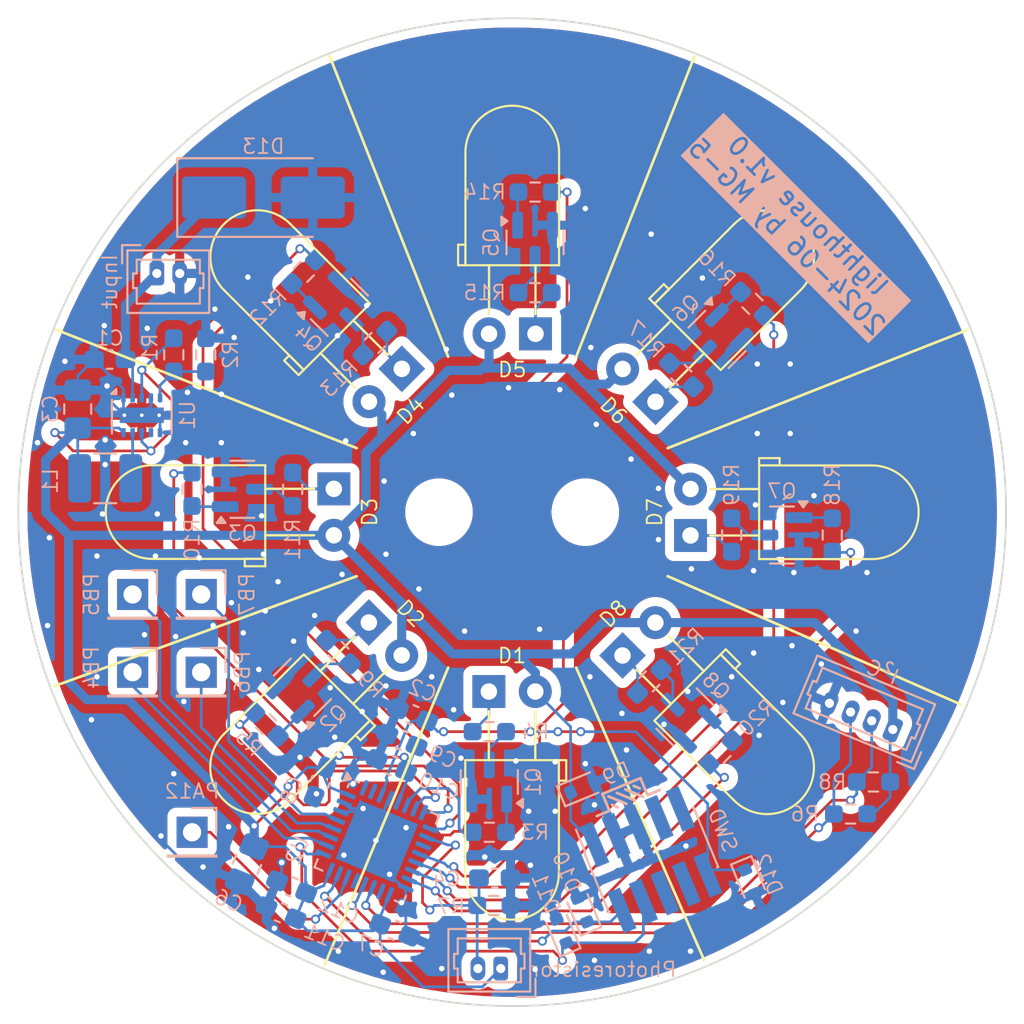
<source format=kicad_pcb>
(kicad_pcb (version 20240108) (generator "pcbnew") (generator_version "8.0")
  (layers (0 "F.Cu" signal) (31 "B.Cu" signal) (34 "B.Paste" user) (35 "F.Paste" user) (36 "B.SilkS" user "B.Silkscreen") (37 "F.SilkS" user "F.Silkscreen") (38 "B.Mask" user) (39 "F.Mask" user) (44 "Edge.Cuts" user))
  (net 0 "")
  (net 1 "+BATT")
  (net 2 "GND")
  (net 3 "/~{RST}")
  (net 4 "+3V3")
  (net 5 "/LDR_ADC")
  (net 6 "Net-(D1-K)")
  (net 7 "Net-(D2-K)")
  (net 8 "Net-(D3-K)")
  (net 9 "Net-(D4-K)")
  (net 10 "Net-(D5-K)")
  (net 11 "Net-(D6-K)")
  (net 12 "Net-(D7-K)")
  (net 13 "Net-(D8-K)")
  (net 14 "/SWDIO")
  (net 15 "/SWCLK")
  (net 16 "Net-(J1-Pin_1)")
  (net 17 "Net-(J2-Pin_1)")
  (net 18 "Net-(J3-Pin_1)")
  (net 19 "Net-(J4-Pin_1)")
  (net 24 "Net-(J8-Pin_1)")
  (net 25 "/I²C1_SCL")
  (net 26 "/I²C1_SDA")
  (net 27 "Net-(U1-SW)")
  (net 28 "Net-(Q1-B)")
  (net 29 "Net-(Q1-C)")
  (net 30 "Net-(Q2-B)")
  (net 31 "Net-(Q2-C)")
  (net 32 "Net-(Q3-C)")
  (net 33 "Net-(Q3-B)")
  (net 34 "Net-(Q4-B)")
  (net 35 "Net-(Q4-C)")
  (net 36 "Net-(Q5-C)")
  (net 37 "Net-(Q5-B)")
  (net 38 "Net-(Q6-C)")
  (net 39 "Net-(Q6-B)")
  (net 40 "Net-(Q7-C)")
  (net 41 "Net-(Q7-B)")
  (net 42 "Net-(Q8-B)")
  (net 43 "Net-(Q8-C)")
  (net 44 "Net-(U1-FB)")
  (net 45 "/LED0")
  (net 46 "/LED1")
  (net 47 "/LED2")
  (net 48 "/LED3")
  (net 49 "/LED4")
  (net 50 "/LED5")
  (net 51 "/LED6")
  (net 52 "/LED7")
  (footprint "LED_THT:LED_D5.0mm_Horizontal_O3.81mm_Z3.0mm" (layer "F.Cu") (at 166.032575 107.835697 45)
    (property "Reference" "D8")
    (property "Value" "LED")
  )
  (footprint "MountingHole:MountingHole_3.2mm_M3_ISO14580" (layer "F.Cu") (at 156 100)
    (property "Reference" "H1" (hide yes))
    (property "Value" "MountingHole")
  )
  (footprint "LED_THT:LED_D5.0mm_Horizontal_O3.81mm_Z3.0mm" (layer "F.Cu") (at 150.25 98.725 -90)
    (property "Reference" "D3")
    (property "Value" "LED")
  )
  (footprint "LED_THT:LED_D5.0mm_Horizontal_O3.81mm_Z3.0mm" (layer "F.Cu") (at 167.835697 93.967425 135)
    (property "Reference" "D6")
    (property "Value" "LED")
  )
  (footprint "LED_THT:LED_D5.0mm_Horizontal_O3.81mm_Z3.0mm" (layer "F.Cu") (at 161.275 90.25 180)
    (property "Reference" "D5")
    (property "Value" "LED")
  )
  (footprint "LED_THT:LED_D5.0mm_Horizontal_O3.81mm_Z3.0mm" (layer "F.Cu") (at 169.75 101.275 90)
    (property "Reference" "D7")
    (property "Value" "LED")
  )
  (footprint "LED_THT:LED_D5.0mm_Horizontal_O3.81mm_Z3.0mm" (layer "F.Cu") (at 153.967425 92.164303 -135)
    (property "Reference" "D4")
    (property "Value" "LED")
  )
  (footprint "LED_THT:LED_D5.0mm_Horizontal_O3.81mm_Z3.0mm" (layer "F.Cu") (at 158.725 109.806349)
    (property "Reference" "D1")
    (property "Value" "LED")
  )
  (footprint "LED_THT:LED_D5.0mm_Horizontal_O3.81mm_Z3.0mm" (layer "F.Cu") (at 152.164303 106.032575 -45)
    (property "Reference" "D2")
    (property "Value" "LED")
  )
  (footprint "MountingHole:MountingHole_3.2mm_M3_ISO14580" (layer "F.Cu") (at 164 100)
    (property "Reference" "H2" (hide yes))
    (property "Value" "MountingHole")
  )
  (footprint "Connector_PinHeader_2.54mm:PinHeader_1x01_P2.54mm_Vertical" (layer "B.Cu") (at 142.5 117.5 180)
    (property "Reference" "J8" (hide yes))
    (property "Value" "PA12")
  )
  (footprint "Inductor_SMD:L_1210_3225Metric" (layer "B.Cu") (at 137.75 98.15 180)
    (property "Reference" "L1")
    (property "Value" "10u")
  )
  (footprint "Connector_PinHeader_2.54mm:PinHeader_1x01_P2.54mm_Vertical" (layer "B.Cu") (at 139.25 104.5 180)
    (property "Reference" "J2" (hide yes))
    (property "Value" "PB5")
  )
  (footprint "Capacitor_SMD:C_0603_1608Metric_Pad1.08x0.95mm_HandSolder" (layer "B.Cu") (at 147.945568 120.48282 157.5)
    (property "Reference" "C12")
    (property "Value" "100n")
  )
  (footprint "Package_DFN_QFN:QFN-32-1EP_5x5mm_P0.5mm_EP3.45x3.45mm" (layer "B.Cu") (at 152.6 118 -112.5)
    (property "Reference" "U2")
    (property "Value" "STM32L072KBUx")
  )
  (footprint "Connector_PinHeader_1.27mm:PinHeader_2x05_P1.27mm_Vertical_SMD" (layer "B.Cu") (at 167.6 119 -67.5)
    (property "Reference" "J5" (hide yes))
    (property "Value" "SWD")
  )
  (footprint "Package_TO_SOT_SMD:SOT-23" (layer "B.Cu") (at 174.75 101.25 180)
    (property "Reference" "Q7")
    (property "Value" "BC846")
  )
  (footprint "Resistor_SMD:R_0603_1608Metric_Pad0.98x0.95mm_HandSolder" (layer "B.Cu") (at 173.139088 88.610912 -45)
    (property "Reference" "R16")
    (property "Value" "R")
  )
  (footprint "Resistor_SMD:R_0603_1608Metric_Pad0.98x0.95mm_HandSolder" (layer "B.Cu") (at 148 98.75 -90)
    (property "Reference" "R11")
    (property "Value" "R")
  )
  (footprint "Capacitor_SMD:C_0805_2012Metric_Pad1.18x1.45mm_HandSolder" (layer "B.Cu") (at 136.25 94.3625 90)
    (property "Reference" "C3")
    (property "Value" "22u")
  )
  (footprint "Connector_Molex:Molex_PicoBlade_53047-0210_1x02_P1.25mm_Vertical" (layer "B.Cu") (at 140.575 86.95)
    (property "Reference" "J10" (hide yes))
    (property "Value" "Input")
  )
  (footprint "Capacitor_SMD:C_0603_1608Metric_Pad1.08x0.95mm_HandSolder" (layer "B.Cu") (at 154.547973 111.076021 157.5)
    (property "Reference" "C2")
    (property "Value" "100n")
  )
  (footprint "Connector_PinHeader_2.54mm:PinHeader_1x01_P2.54mm_Vertical" (layer "B.Cu") (at 143 104.5 180)
    (property "Reference" "J4" (hide yes))
    (property "Value" "PB7")
  )
  (footprint "Package_SON:WSON-10-1EP_2x3mm_P0.5mm_EP0.84x2.4mm_ThermalVias" (layer "B.Cu") (at 139.75 94.7 -90)
    (property "Reference" "U1")
    (property "Value" "TPS62175DQC")
  )
  (footprint "Resistor_SMD:R_0603_1608Metric_Pad0.98x0.95mm_HandSolder" (layer "B.Cu") (at 177.5 101.25 -90)
    (property "Reference" "R18")
    (property "Value" "R")
  )
  (footprint "Resistor_SMD:R_0603_1608Metric_Pad0.98x0.95mm_HandSolder" (layer "B.Cu") (at 146.556112 111.589123 135)
    (property "Reference" "R5")
    (property "Value" "R")
  )
  (footprint "Capacitor_SMD:C_0603_1608Metric_Pad1.08x0.95mm_HandSolder" (layer "B.Cu") (at 138 91.65 180)
    (property "Reference" "C1")
    (property "Value" "2u2 35V")
  )
  (footprint "Resistor_SMD:R_0603_1608Metric_Pad0.98x0.95mm_HandSolder" (layer "B.Cu") (at 142.5 98.75 90)
    (property "Reference" "R10")
    (property "Value" "R")
  )
  (footprint "Resistor_SMD:R_0603_1608Metric_Pad0.98x0.95mm_HandSolder" (layer "B.Cu") (at 171.389088 113.139088 -135)
    (property "Reference" "R20")
    (property "Value" "R")
  )
  (footprint "Resistor_SMD:R_0603_1608Metric_Pad0.98x0.95mm_HandSolder" (layer "B.Cu") (at 172 101.25 90)
    (property "Reference" "R19")
    (property "Value" "R")
  )
  (footprint "Resistor_SMD:R_0603_1608Metric_Pad0.98x0.95mm_HandSolder" (layer "B.Cu") (at 169.25 92.5 135)
    (property "Reference" "R17")
    (property "Value" "R")
  )
  (footprint "Capacitor_SMD:C_0603_1608Metric_Pad1.08x0.95mm_HandSolder" (layer "B.Cu") (at 159.05 120)
    (property "Reference" "C4")
    (property "Value" "100n")
  )
  (footprint "Resistor_SMD:R_0603_1608Metric_Pad0.98x0.95mm_HandSolder" (layer "B.Cu") (at 178.5 116.5 180)
    (property "Reference" "R6")
    (property "Value" "2k2")
  )
  (footprint "Resistor_SMD:R_0603_1608Metric_Pad0.98x0.95mm_HandSolder" (layer "B.Cu") (at 152.5 90.75 -135)
    (property "Reference" "R13")
    (property "Value" "R")
  )
  (footprint "Resistor_SMD:R_0603_1608Metric_Pad0.98x0.95mm_HandSolder" (layer "B.Cu") (at 161.25 88 180)
    (property "Reference" "R15")
    (property "Value" "R")
  )
  (footprint "Package_TO_SOT_SMD:SOT-23" (layer "B.Cu") (at 171.194544 90.555456 -135)
    (property "Reference" "Q6")
    (property "Value" "BC846")
  )
  (footprint "Resistor_SMD:R_0603_1608Metric_Pad0.98x0.95mm_HandSolder" (layer "B.Cu") (at 158.75 117.5 180)
    (property "Reference" "R3")
    (property "Value" "R")
  )
  (footprint "Package_TO_SOT_SMD:SOT-23" (layer "B.Cu") (at 145.25 98.75)
    (property "Reference" "Q3")
    (property "Value" "BC846")
  )
  (footprint "Capacitor_SMD:C_0603_1608Metric_Pad1.08x0.95mm_HandSolder" (layer "B.Cu") (at 153.399922 113.847659 157.5)
    (property "Reference" "C10")
    (property "Value" "10n")
  )
  (footprint "Resistor_SMD:R_0603_1608Metric_Pad0.98x0.95mm_HandSolder" (layer "B.Cu") (at 148.610912 86.860912 45)
    (property "Reference" "R12")
    (property "Value" "R")
  )
  (footprint "Diode_SMD:D_SOD-523" (layer "B.Cu") (at 163.832122 121.753284 112.5)
    (property "Reference" "D10")
    (property "Value" "ESD5Zxx")
  )
  (footprint "Resistor_SMD:R_0603_1608Metric_Pad0.98x0.95mm_HandSolder" (layer "B.Cu") (at 158.75 112)
    (property "Reference" "R4")
    (property "Value" "R")
  )
  (footprint "Resistor_SMD:R_0603_1608Metric_Pad0.98x0.95mm_HandSolder" (layer "B.Cu") (at 161.25 82.5)
    (property "Reference" "R14")
    (property "Value" "R")
  )
  (footprint "Diode_SMD:D_SOD-523" (layer "B.Cu") (at 162.7 122.9 112.5)
    (property "Reference" "D11")
    (property "Value" "ESD5Zxx")
  )
  (footprint "Package_TO_SOT_SMD:SOT-23" (layer "B.Cu") (at 148.537778 109.572101 45)
    (property "Reference" "Q2")
    (property "Value" "BC846")
  )
  (footprint "Capacitor_SMD:C_0805_2012Metric_Pad1.18x1.45mm_HandSolder" (layer "B.Cu") (at 145.5 119.25 -112.5)
    (property "Reference" "C6")
    (property "Value" "10u")
  )
  (footprint "Resistor_SMD:R_0603_1608Metric_Pad0.98x0.95mm_HandSolder" (layer "B.Cu") (at 179.75 114.75 180)
    (property "Reference" "R8")
    (property "Value" "2k2")
  )
  (footprint "Capacitor_SMD:C_0603_1608Metric_Pad1.08x0.95mm_HandSolder" (layer "B.Cu") (at 149.5 114.75 -112.5)
    (property "Reference" "C8")
    (property "Value" "100n")
  )
  (footprint "Diode_SMD:D_SOD-523" (layer "B.Cu") (at 163.840427 115.045314 22.5)
    (property "Reference" "D9")
    (property "Value" "ESD5Zxx")
  )
  (footprint "Resistor_SMD:R_0603_1608Metric_Pad0.98x0.95mm_HandSolder" (layer "B.Cu") (at 159 121.5)
    (property "Reference" "R7")
    (property "Value" "100k")
  )
  (footprint "Connector_Molex:Molex_PicoBlade_53047-0210_1x02_P1.25mm_Vertical" (layer "B.Cu") (at 159.375 124.95 180)
    (property "Reference" "J12" (hide yes))
    (property "Value" "Photoresistor")
  )
  (footprint "Diode_SMD:D_SMB_Handsoldering" (layer "B.Cu") (at 146.4 82.8)
    (property "Reference" "D13")
    (property "Value" "TVS (P6SMB16CA)")
  )
  (footprint "Capacitor_SMD:C_0603_1608Metric_Pad1.08x0.95mm_HandSolder" (layer "B.Cu") (at 153.973947 112.46184 157.5)
    (property "Reference" "C9")
    (property "Value" "1u")
  )
  (footprint "Connector_PinHeader_2.54mm:PinHeader_1x01_P2.54mm_Vertical" (layer "B.Cu") (at 143 108.75 180)
    (property "Reference" "J3" (hide yes))
    (property "Value" "PB6")
  )
  (footprint "Capacitor_SMD:C_0603_1608Metric_Pad1.08x0.95mm_HandSolder" (layer "B.Cu") (at 147.35906 121.898776 157.5)
    (property "Reference" "C11")
    (property "Value" "1u")
  )
  (footprint "Package_TO_SOT_SMD:SOT-23" (layer "B.Cu") (at 169.444544 111.194544 135)
    (property "Reference" "Q8")
    (property "Value" "BC846")
  )
  (footprint "Connector_PinHeader_2.54mm:PinHeader_1x01_P2.54mm_Vertical" (layer "B.Cu") (at 139.25 108.75 180)
    (property "Reference" "J1" (hide yes))
    (property "Value" "PB4")
  )
  (footprint "Resistor_SMD:R_0603_1608Metric_Pad0.98x0.95mm_HandSolder" (layer "B.Cu") (at 143.25 91.4 90)
    (property "Reference" "R2")
    (property "Value" "1k5 1%")
  )
  (footprint "Resistor_SMD:R_0603_1608Metric_Pad0.98x0.95mm_HandSolder" (layer "B.Cu") (at 150.5 107.645235 -45)
    (property "Reference" "R9")
    (property "Value" "R")
  )
  (footprint "Resistor_SMD:R_0603_1608Metric_Pad0.98x0.95mm_HandSolder" (layer "B.Cu") (at 141.5 91.4 -90)
    (property "Reference" "R1")
    (property "Value" "4k7 1%")
  )
  (footprint "Diode_SMD:D_SOD-523" (layer "B.Cu") (at 173 120.2 -67.5)
    (property "Reference" "D12")
    (property "Value" "ESD5Zxx")
  )
  (footprint "Package_TO_SOT_SMD:SOT-23" (layer "B.Cu") (at 158.75 114.75 90)
    (property "Reference" "Q1")
    (property "Value" "BC846")
  )
  (footprint "Resistor_SMD:R_0603_1608Metric_Pad0.98x0.95mm_HandSolder" (layer "B.Cu") (at 167.5 109.25 45)
    (property "Reference" "R21")
    (property "Value" "R")
  )
  (footprint "Capacitor_SMD:C_0603_1608Metric_Pad1.08x0.95mm_HandSolder" (layer "B.Cu") (at 153.580299 122.852109 -22.5)
    (property "Reference" "C7")
    (property "Value" "100n")
  )
  (footprint "Connector_Molex:Molex_PicoBlade_53047-0410_1x04_P1.25mm_Vertical" (layer "B.Cu") (at 180.810067 111.883278 157.5)
    (property "Reference" "J11" (hide yes))
    (property "Value" "I²C")
  )
  (footprint "Package_TO_SOT_SMD:SOT-23" (layer "B.Cu") (at 150.555456 88.805456 -45)
    (property "Reference" "Q4")
    (property "Value" "BC846")
  )
  (footprint "Package_TO_SOT_SMD:SOT-23" (layer "B.Cu") (at 161.25 85.25 -90)
    (property "Reference" "Q5")
    (property "Value" "BC846")
  )
  (gr_line (start 166.242397 115.944572) (end 165.589116 115.673974) (stroke (width 0.15)) (layer "B.SilkS"))
  (gr_line (start 165.780457 116.135914) (end 165.453817 116.000615) (stroke (width 0.15)) (layer "B.SilkS"))
  (gr_line (start 165.318518 116.327255) (end 164.625608 116.614268) (stroke (width 0.15)) (layer "B.SilkS"))
  (gr_line (start 164.935834 115.403376) (end 167.014563 114.542338) (stroke (width 0.15)) (layer "B.SilkS"))
  (gr_line (start 165.318518 116.327255) (end 164.935834 115.403376) (stroke (width 0.15)) (layer "B.SilkS"))
  (gr_line (start 167.166277 115.561889) (end 166.186354 115.155992) (stroke (width 0.15)) (layer "B.SilkS"))
  (gr_line (start 165.589116 115.673974) (end 165.262475 115.538675) (stroke (width 0.15)) (layer "B.SilkS"))
  (gr_line (start 166.974935 115.099949) (end 166.648294 114.96465) (stroke (width 0.15)) (layer "B.SilkS"))
  (gr_line (start 166.704337 115.75323) (end 165.724415 115.347333) (stroke (width 0.15)) (layer "B.SilkS"))
  (gr_line (start 167.014563 114.542338) (end 167.397246 115.466218) (stroke (width 0.15)) (layer "B.SilkS"))
  (gr_line (start 167.397246 115.466218) (end 168.090156 115.179205) (stroke (width 0.15)) (layer "B.SilkS"))
  (gr_line (start 151.5 103.5) (end 135 109.5) (stroke (width 0.15)) (layer "F.SilkS"))
  (gr_line (start 163.5 108.5) (end 170.5 124.5) (stroke (width 0.15)) (layer "F.SilkS"))
  (gr_line (start 163.5 91.5) (end 169.962427 75.090294) (stroke (width 0.15)) (layer "F.SilkS"))
  (gr_line (start 156.5 108.5) (end 149.75 124.75) (stroke (width 0.15)) (layer "F.SilkS"))
  (gr_line (start 151.5 96.5) (end 135.065798 90.023146) (stroke (width 0.15)) (layer "F.SilkS"))
  (gr_line (start 168.5 103.5) (end 184.5 110.5) (stroke (width 0.15)) (layer "F.SilkS"))
  (gr_line (start 156.5 91.5) (end 150.018484 75.06349) (stroke (width 0.15)) (layer "F.SilkS"))
  (gr_line (start 168.5 96.5) (end 184.897399 90.032294) (stroke (width 0.15)) (layer "F.SilkS"))
  (gr_circle (center 160 100) (end 187 100) (stroke (width 0.1)) (fill none) (layer "Edge.Cuts"))
  (gr_text "lighthouse v1.0\n2024-06 by MG-5" (at 174.6 85.35 315) (layer "B.SilkS" knockout) (effects (font (size 1 1)) (justify bottom mirror)))
  (segment (start 140.575 86.95) (end 140.575 85.925) (width 0.5) (layer "B.Cu") (net 1))
  (segment (start 138.8625 88.6625) (end 140.575 86.95) (width 0.5) (layer "B.Cu") (net 1))
  (segment (start 140.575 85.925) (end 143.7 82.8) (width 0.5) (layer "B.Cu") (net 1))
  (segment (start 139.25 92.0375) (end 139.25 93.75) (width 0.15) (layer "B.Cu") (net 1))
  (segment (start 138.8625 91.65) (end 138.8625 88.6625) (width 0.5) (layer "B.Cu") (net 1))
  (segment (start 138.8625 91.65) (end 139.25 92.0375) (width 0.15) (layer "B.Cu") (net 1))
  (segment (start 158.5 118.35) (end 157.6 117.45) (width 0.15) (layer "F.Cu") (net 2))
  (segment (start 148.4 113.4) (end 149.3 114.3) (width 0.15) (layer "F.Cu") (net 2))
  (segment (start 156.821752 117.45) (end 156.621752 117.65) (width 0.15) (layer "F.Cu") (net 2))
  (segment (start 158.5 118.85) (end 158.5 118.35) (width 0.15) (layer "F.Cu") (net 2))
  (segment (start 149.3 114.3) (end 149.3 115.4) (width 0.15) (layer "F.Cu") (net 2))
  (segment (start 157.6 117.45) (end 156.821752 117.45) (width 0.15) (layer "F.Cu") (net 2))
  (segment (start 156.621752 117.65) (end 154.6 117.65) (width 0.15) (layer "F.Cu") (net 2))
  (segment (start 154.6 117.65) (end 154.2 117.25) (width 0.15) (layer "F.Cu") (net 2))
  (via (at 148.05 107.05) (size 0.5) (drill 0.3) (layers "F.Cu" "B.Cu") (net 2))
  (via (at 174.8 110.4) (size 0.5) (drill 0.3) (layers "F.Cu" "B.Cu") (net 2))
  (via (at 169.6 109.8) (size 0.5) (drill 0.3) (layers "F.Cu" "B.Cu") (net 2))
  (via (at 157.4 106.5) (size 0.5) (drill 0.3) (layers "F.Cu" "B.Cu") (net 2))
  (via (at 140.05 89.95) (size 0.5) (drill 0.3) (layers "F.Cu" "B.Cu") (net 2))
  (via (at 147.2 103.8) (size 0.5) (drill 0.3) (layers "F.Cu" "B.Cu") (net 2))
  (via (at 162.35 116.35) (size 0.5) (drill 0.3) (layers "F.Cu" "B.Cu") (net 2))
  (via (at 143.1 119.4) (size 0.5) (drill 0.3) (layers "F.Cu" "B.Cu") (net 2))
  (via (at 161 119.3) (size 0.5) (drill 0.3) (layers "F.Cu" "B.Cu") (net 2))
  (via (at 169.8 103.1) (size 0.5) (drill 0.3) (layers "F.Cu" "B.Cu") (net 2))
  (via (at 151.85 116.2) (size 0.5) (drill 0.3) (layers "F.Cu" "B.Cu") (net 2))
  (via (at 173.4 91.9) (size 0.5) (drill 0.3) (layers "F.Cu" "B.Cu") (net 2))
  (via (at 161.25 125) (size 0.5) (drill 0.3) (layers "F.Cu" "B.Cu") (net 2))
  (via (at 179.4 103.3) (size 0.5) (drill 0.3) (layers "F.Cu" "B.Cu") (net 2))
  (via (at 137.75 96.05) (size 0.5) (drill 0.3) (layers "F.Cu" "B.Cu") (net 2))
  (via (at 150.05 109.6) (size 0.5) (drill 0.3) (layers "F.Cu" "B.Cu") (net 2))
  (via (at 156.8 110.8) (size 0.5) (drill 0.3) (layers "F.Cu" "B.Cu") (net 2))
  (via (at 154.2 117.25) (size 0.5) (drill 0.3) (layers "F.Cu" "B.Cu") (net 2))
  (via (at 140.5 102.4) (size 0.5) (drill 0.3) (layers "F.Cu" "B.Cu") (net 2))
  (via (at 135.55 91.75) (size 0.5) (drill 0.3) (layers "F.Cu" "B.Cu") (net 2))
  (via (at 164 113.75) (size 0.5) (drill 0.3) (layers "F.Cu" "B.Cu") (net 2))
  (via (at 164 83.4) (size 0.5) (drill 0.3) (layers "F.Cu" "B.Cu") (net 2))
  (via (at 144.1 96.2) (size 0.5) (drill 0.3) (layers "F.Cu" "B.Cu") (net 2))
  (via (at 134.7 101.4) (size 0.5) (drill 0.3) (layers "F.Cu" "B.Cu") (net 2))
  (via (at 164.5 116) (size 0.5) (drill 0.3) (layers "F.Cu" "B.Cu") (net 2))
  (via (at 178.8 106.5) (size 0.5) (drill 0.3) (layers "F.Cu" "B.Cu") (net 2))
  (via (at 137.3 102.4) (size 0.5) (drill 0.3) (layers "F.Cu" "B.Cu") (net 2))
  (via (at 148.4 113.4) (size 0.5) (drill 0.3) (layers "F.Cu" "B.Cu") (net 2))
  (via (at 140.6 100.1) (size 0.5) (drill 0.3) (layers "F.Cu" "B.Cu") (net 2))
  (via (at 153.3 119.8) (size 0.5) (drill 0.3) (layers "F.Cu" "B.Cu") (net 2))
  (via (at 176.5 99.1) (size 0.5) (drill 0.3) (layers "F.Cu" "B.Cu") (net 2))
  (via (at 150.5 124) (size 0.5) (drill 0.3) (layers "F.Cu" "B.Cu") (net 2))
  (via (at 151.8 110.9) (size 0.5) (drill 0.3) (layers "F.Cu" "B.Cu") (net 2))
  (via (at 137.7 89.8) (size 0.5) (drill 0.3) (layers "F.Cu" "B.Cu") (net 2))
  (via (at 143.65 106.2) (size 0.5) (drill 0.3) (layers "F.Cu" "B.Cu") (net 2))
  (via (at 164.5 124.5) (size 0.5) (drill 0.3) (layers "F.Cu" "B.Cu") (net 2))
  (via (at 142.15 96.2) (size 0.5) (drill 0.3) (layers "F.Cu" "B.Cu") (net 2))
  (via (at 140.8 117.7) (size 0.5) (drill 0.3) (layers "F.Cu" "B.Cu") (net 2))
  (via (at 175.2 95.7) (size 0.5) (drill 0.3) (layers "F.Cu" "B.Cu") (net 2))
  (via (at 164.25 109) (size 0.5) (drill 0.3) (layers "F.Cu" "B.Cu") (net 2))
  (via (at 167.5 124) (size 0.5) (drill 0.3) (layers "F.Cu" "B.Cu") (net 2))
  (via (at 153 98.3) (size 0.5) (drill 0.3) (layers "F.Cu" "B.Cu") (net 2))
  (via (at 173.2 103.2) (size 0.5) (drill 0.3) (layers "F.Cu" "B.Cu") (net 2))
  (via (at 151.3 114.85) (size 0.5) (drill 0.3) (layers "F.Cu" "B.Cu") (net 2))
  (via (at 137.3 109) (size 0.5) (drill 0.3) (layers "F.Cu" "B.Cu") (net 2))
  (via (at 146.8 88.45) (size 0.5) (drill 0.3) (layers "F.Cu" "B.Cu") (net 2))
  (via (at 149.3 115.4) (size 0.5) (drill 0.3) (layers "F.Cu" "B.Cu") (net 2))
  (via (at 147 122.75) (size 0.5) (drill 0.3) (layers "F.Cu" "B.Cu") (net 2))
  (via (at 146.15 108.6) (size 0.5) (drill 0.3) (layers "F.Cu" "B.Cu") (net 2))
  (via (at 170.4 87.2) (size 0.5) (drill 0.3) (layers "F.Cu" "B.Cu") (net 2))
  (via (at 150.8 118.75) (size 0.5) (drill 0.3) (layers "F.Cu" "B.Cu") (net 2))
  (via (at 173.2 107.7) (size 0.5) (drill 0.3) (layers "F.Cu" "B.Cu") (net 2))
  (via (at 172 109) (size 0.5) (drill 0.3) (layers "F.Cu" "B.Cu") (net 2))
  (via (at 173.3 99.6) (size 0.5) (drill 0.3) (layers "F.Cu" "B.Cu") (net 2))
  (via (at 169.5 118.25) (size 0.5) (drill 0.3) (layers "F.Cu" "B.Cu") (net 2))
  (via (at 142.9 102.5) (size 0.5) (drill 0.3) (layers "F.Cu" "B.Cu") (net 2))
  (via (at 162.35 113.65) (size 0.5) (drill 0.3) (layers "F.Cu" "B.Cu") (net 2))
  (via (at 137.75 97.4) (size 0.5) (drill 0.3) (layers "F.Cu" "B.Cu") (net 2))
  (via (at 137.6 100.1) (size 0.5) (drill 0.3) (layers "F.Cu" "B.Cu") (net 2))
  (via (at 166 111) (size 0.5) (drill 0.3) (layers "F.Cu" "B.Cu") (net 2))
  (via (at 137.85 93.1) (size 0.5) (drill 0.3) (layers "F.Cu" "B.Cu") (net 2))
  (via (at 144.1 93.55) (size 0.5) (drill 0.3) (layers "F.Cu" "B.Cu") (net 2))
  (via (at 141.6 106.8) (size 0.5) (drill 0.3) (layers "F.Cu" "B.Cu") (net 2))
  (via (at 160.9 116.35) (size 0.5) (drill 0.3) (layers "F.Cu" "B.Cu") (net 2))
  (via (at 150.3 112.3) (size 0.5) (drill 0.3) (layers "F.Cu" "B.Cu") (net 2))
  (via (at 169.75 124) (size 0.5) (drill 0.3) (layers "F.Cu" "B.Cu") (net 2))
  (via (at 149.2 105.65) (size 0.5) (drill 0.3) (layers "F.Cu" "B.Cu") (net 2))
  (via (at 156.4 91.1) (size 0.5) (drill 0.3) (layers "F.Cu" "B.Cu") (net 2))
  (via (at 142.25 93.45) (size 0.5) (drill 0.3) (layers "F.Cu" "B.Cu") (net 2))
  (via (at 166.25 113) (size 0.5) (drill 0.3) (layers "F.Cu" "B.Cu") (net 2))
  (via (at 164.3 91) (size 0.5) (drill 0.3) (layers "F.Cu" "B.Cu") (net 2))
  (via (at 153.1 102.3) (size 0.5) (drill 0.3) (layers "F.Cu" "B.Cu") (net 2))
  (via (at 134.6 106.2) (size 0.5) (drill 0.3) (layers "F.Cu" "B.Cu") (net 2))
  (via (at 146.4 102.3) (size 0.5) (drill 0.3) (layers "F.Cu" "B.Cu") (net 2))
  (via (at 153.95 121.35) (size 0.5) (drill 0.3) (layers "F.Cu" "B.Cu") (net 2))
  (via (at 175.2 91.9) (size 0.5) (drill 0.3) (layers "F.Cu" "B.Cu") (net 2))
  (via (at 160.2 113.6) (size 0.5) (drill 0.3) (layers "F.Cu" "B.Cu") (net 2))
  (via (at 139.9 106.7) (size 0.5) (drill 0.3) (layers "F.Cu" "B.Cu") (net 2))
  (via (at 156.7 93.6) (size 0.5) (drill 0.3) (layers "F.Cu" "B.Cu") (net 2))
  (via (at 175.3 107.3) (size 0.5) (drill 0.3) (layers "F.Cu" "B.Cu") (net 2))
  (via (at 150.9 96.1) (size 0.5) (drill 0.3) (layers "F.Cu" "B.Cu") (net 2))
  (via (at 147.4 119.15) (size 0.5) (drill 0.3) (layers "F.Cu" "B.Cu") (net 2))
  (via (at 154.9 104.2) (size 0.5) (drill 0.3) (layers "F.Cu" "B.Cu") (net 2))
  (via (at 153.1 109.5) (size 0.5) (drill 0.3) (layers "F.Cu" "B.Cu") (net 2))
  (via (at 150.7 103.4) (size 0.5) (drill 0.3) (layers "F.Cu" "B.Cu") (net 2))
  (via (at 176.9 108.3) (size 0.5) (drill 0.3) (layers "F.Cu" "B.Cu") (net 2))
  (via (at 156.15 124.95) (size 0.5) (drill 0.3) (layers "F.Cu" "B.Cu") (net 2))
  (via (at 155.6 109) (size 0.5) (drill 0.3) (layers "F.Cu" "B.Cu") (net 2))
  (via (at 152.95 125.15) (size 0.5) (drill 0.3) (layers "F.Cu" "B.Cu") (net 2))
  (via (at 145.3 106.6) (size 0.5) (drill 0.3) (layers "F.Cu" "B.Cu") (net 2))
  (via (at 142.05 110.35) (size 0.5) (drill 0.3) (layers "F.Cu" "B.Cu") (net 2))
  (via (at 158.5 118.85) (size 0.5) (drill 0.3) (layers "F.Cu" "B.Cu") (net 2))
  (via (at 150.45 90.35) (size 0.5) (drill 0.3) (layers "F.Cu" "B.Cu") (net 2))
  (via (at 152.05 88.7) (size 0.5) (drill 0.3) (layers "F.Cu" "B.Cu") (net 2))
  (via (at 168 98.7) (size 0.5) (drill 0.3) (layers "F.Cu" "B.Cu") (net 2))
  (via (at 166.5 97.1) (size 0.5) (drill 0.3) (layers "F.Cu" "B.Cu") (net 2))
  (via (at 145.55 87.15) (size 0.5) (drill 0.3) (layers "F.Cu" "B.Cu") (net 2))
  (via (at 175.4 103.3) (size 0.5) (drill 0.3) (layers "F.Cu" "B.Cu") (net 2))
  (via (at 143.75 88.9) (size 0.5) (drill 0.3) (layers "F.Cu" "B.Cu") (net 2))
  (via (at 152.55 117.95) (size 0.5) (drill 0.3) (layers "F.Cu" "B.Cu") (net 2))
  (via (at 137 111.35) (size 0.5) (drill 0.3) (layers "F.Cu" "B.Cu") (net 2))
  (via (at 144.5 117.2) (size 0.5) (drill 0.3) (layers "F.Cu" "B.Cu") (net 2))
  (via (at 168 101.5) (size 0.5) (drill 0.3) (layers "F.Cu" "B.Cu") (net 2))
  (via (at 161.5 106.4) (size 0.5) (drill 0.3) (layers "F.Cu" "B.Cu") (net 2))
  (via (at 144.65 104.95) (size 0.5) (drill 0.3) (layers "F.Cu" "B.Cu") (net 2))
  (via (at 159.8 93.2) (size 0.5) (drill 0.3) (layers "F.Cu" "B.Cu") (net 2))
  (via (at 168.3 111.6) (size 0.5) (drill 0.3) (layers "F.Cu" "B.Cu") (net 2))
  (via (at 157.2 113.45) (size 0.5) (drill 0.3) (layers "F.Cu" "B.Cu") (net 2))
  (via (at 146.3 100.2) (size 0.5) (drill 0.3) (layers "F.Cu" "B.Cu") (net 2))
  (via (at 173.5 112.2) (size 0.5) (drill 0.3) (layers "F.Cu" "B.Cu") (net 2))
  (via (at 144.8 90.45) (size 0.5) (drill 0.3) (layers "F.Cu" "B.Cu") (net 2))
  (via (at 146.5 105.4) (size 0.5) (drill 0.3) (layers "F.Cu" "B.Cu") (net 2))
  (via (at 173.4 95.7) (size 0.5) (drill 0.3) (layers "F.Cu" "B.Cu") (net 2))
  (via (at 141.5 114.3) (size 0.5) (drill 0.3) (layers "F.Cu" "B.Cu") (net 2))
  (via (at 154.6 95.7) (size 0.5) (drill 0.3) (layers "F.Cu" "B.Cu") (net 2))
  (via (at 162.6 93.3) (size 0.5) (drill 0.3) (layers "F.Cu" "B.Cu") (net 2))
  (via (at 164.6 95.2) (size 0.5) (drill 0.3) (layers "F.Cu" "B.Cu") (net 2))
  (via (at 134.05 96.2) (size 0.5) (drill 0.3) (layers "F.Cu" "B.Cu") (net 2))
  (via (at 167.6 84.8) (size 0.5) (drill 0.3) (layers "F.Cu" "B.Cu") (net 2))
  (segment (start 136.25 93.325) (end 136.25 92.5375) (width 0.15) (layer "B.Cu") (net 2))
  (segment (start 151.114038 116.2) (end 151.85 116.2) (width 0.15) (layer "B.Cu") (net 2))
  (segment (start 146.463153 121.568712) (end 145.102966 120.208525) (width 0.5) (layer "B.Cu") (net 2))
  (segment (start 137.425 93.325) (end 138.8 94.7) (width 0.15) (layer "B.Cu") (net 2))
  (segment (start 151.582405 113.517595) (end 152.603076 113.517595) (width 0.15) (layer "B.Cu") (net 2))
  (segment (start 146.562214 121.568712) (end 146.562214 122.312214) (width 0.5) (layer "B.Cu") (net 2))
  (segment (start 153.301821 115.652373) (end 152.65 117) (width 0.15) (layer "B.Cu") (net 2))
  (segment (start 140.75 94.75) (end 140.7 94.7) (width 0.15) (layer "B.Cu") (net 2))
  (segment (start 140.25 94.2) (end 139.75 94.7) (width 0.15) (layer "B.Cu") (net 2))
  (segment (start 140.8 117.7) (end 140.8 117.904) (width 0.15) (layer "B.Cu") (net 2))
  (segment (start 138.75 94.65) (end 138.8 94.7) (width 0.15) (layer "B.Cu") (net 2))
  (segment (start 142.296 119.4) (end 143.1 119.4) (width 0.15) (layer "B.Cu") (net 2))
  (segment (start 154.18226 121.58226) (end 153.95 121.35) (width 0.15) (layer "B.Cu") (net 2))
  (segment (start 140.25 93.75) (end 140.25 94.2) (width 0.15) (layer "B.Cu") (net 2))
  (segment (start 136.25 92.5375) (end 137.1375 91.65) (width 0.15) (layer "B.Cu") (net 2))
  (segment (start 140.8 117.904) (end 142.296 119.4) (width 0.15) (layer "B.Cu") (net 2))
  (segment (start 140.75 95.65) (end 140.75 94.75) (width 0.15) (layer "B.Cu") (net 2))
  (segment (start 154.04958 120.54958) (end 153.3 119.8) (width 0.15) (layer "B.Cu") (net 2))
  (segment (start 136.25 93.325) (end 137.425 93.325) (width 0.15) (layer "B.Cu") (net 2))
  (segment (start 147.4 119.15) (end 147.4 119.901478) (width 0.15) (layer "B.Cu") (net 2))
  (segment (start 146.562214 122.312214) (end 147 122.75) (width 0.5) (layer "B.Cu") (net 2))
  (segment (start 138.75 93.75) (end 138.75 94.65) (width 0.15) (layer "B.Cu") (net 2))
  (segment (start 154.18226 122.73226) (end 154.18226 121.6) (width 0.15) (layer "B.Cu") (net 2))
  (segment (start 138.75 93.75) (end 138.75 93.2625) (width 0.15) (layer "B.Cu") (net 2))
  (segment (start 154.18226 121.6) (end 154.18226 120.54958) (width 0.15) (layer "B.Cu") (net 2))
  (segment (start 150.635056 116.374299) (end 151.675701 116.374299) (width 0.15) (layer "B.Cu") (net 2))
  (segment (start 138.75 93.2625) (end 137.1375 91.65) (width 0.15) (layer "B.Cu") (net 2))
  (segment (start 154.18226 121.6) (end 154.18226 121.58226) (width 0.15) (layer "B.Cu") (net 2))
  (segment (start 150.826398 115.91236) (end 151.114038 116.2) (width 0.15) (layer "B.Cu") (net 2))
  (segment (start 151.3 113.8) (end 151.582405 113.517595) (width 0.15) (layer "B.Cu") (net 2))
  (segment (start 152.65 117) (end 153.1 116.05) (width 0.15) (layer "B.Cu") (net 2))
  (segment (start 151.3 114.85) (end 151.3 113.8) (width 0.15) (layer "B.Cu") (net 2))
  (segment (start 161 112) (end 156.25 112) (width 0.15) (layer "F.Cu") (net 3))
  (segment (start 163.75 112) (end 162.5 112) (width 0.15) (layer "F.Cu") (net 3))
  (via (at 156.25 112) (size 0.5) (drill 0.3) (layers "F.Cu" "B.Cu") (net 3))
  (via (at 162.5 112) (size 0.5) (drill 0.3) (layers "F.Cu" "B.Cu") (net 3))
  (via (at 163.75 112) (size 0.5) (drill 0.3) (layers "F.Cu" "B.Cu") (net 3))
  (via (at 161 112) (size 0.5) (drill 0.3) (layers "F.Cu" "B.Cu") (net 3))
  (segment (start 153.167029 114.671225) (end 153.11291 114.540569) (width 0.15) (layer "B.Cu") (net 3))
  (segment (start 170.692887 119.829549) (end 170.692887 115.942887) (width 0.15) (layer "B.Cu") (net 3))
  (segment (start 154.356631 111.53796) (end 153.11291 114.540569) (width 0.15) (layer "B.Cu") (net 3))
  (segment (start 156.25 112) (end 155.938734 112) (width 0.15) (layer "B.Cu") (net 3))
  (segment (start 162.5 112) (end 161 112) (width 0.15) (layer "B.Cu") (net 3))
  (segment (start 155.009912 111.267362) (end 154.356631 111.53796) (width 0.15) (layer "B.Cu") (net 3))
  (segment (start 155.938734 112) (end 155.344819 111.406085) (width 0.15) (layer "B.Cu") (net 3))
  (segment (start 166.75 112) (end 163.75 112) (width 0.15) (layer "B.Cu") (net 3))
  (segment (start 170.969152 119.553284) (end 170.692887 119.829549) (width 0.15) (layer "B.Cu") (net 3))
  (segment (start 152.839881 115.461031) (end 153.167029 114.671225) (width 0.15) (layer "B.Cu") (net 3))
  (segment (start 166.75 112) (end 170.692887 115.942887) (width 0.15) (layer "B.Cu") (net 3))
  (segment (start 172.732122 119.553284) (end 170.969152 119.553284) (width 0.15) (layer "B.Cu") (net 3))
  (segment (start 141.5 95.4) (end 140.25 96.65) (width 0.15) (layer "F.Cu") (net 4))
  (segment (start 139.75 92.2375) (end 141.5 93.9875) (width 0.15) (layer "F.Cu") (net 4))
  (segment (start 154.1 113.4) (end 150.65 113.4) (width 0.15) (layer "F.Cu") (net 4))
  (segment (start 147.75 115.294068) (end 147.75 115) (width 0.15) (layer "F.Cu") (net 4))
  (segment (start 141.5 93.9875) (end 141.5 95.4) (width 0.15) (layer "F.Cu") (net 4))
  (segment (start 145.897034 117.147034) (end 147.75 115.294068) (width 0.15) (layer "F.Cu") (net 4))
  (segment (start 136 96.65) (end 135 95.65) (width 0.15) (layer "F.Cu") (net 4))
  (segment (start 140.25 96.65) (end 136 96.65) (width 0.15) (layer "F.Cu") (net 4))
  (segment (start 150.65 113.4) (end 150.55 113.3) (width 0.15) (layer "F.Cu") (net 4))
  (via (at 154.1 113.4) (size 0.5) (drill 0.3) (layers "F.Cu" "B.Cu") (net 4))
  (via (at 140.25 96.65) (size 0.5) (drill 0.3) (layers "F.Cu" "B.Cu") (net 4))
  (via (at 139.75 92.2375) (size 0.5) (drill 0.3) (layers "F.Cu" "B.Cu") (net 4))
  (via (at 147.75 115) (size 0.5) (drill 0.3) (layers "F.Cu" "B.Cu") (net 4))
  (via (at 150.55 113.3) (size 0.5) (drill 0.3) (layers "F.Cu" "B.Cu") (net 4))
  (via (at 145.897034 117.147034) (size 0.5) (drill 0.3) (layers "F.Cu" "B.Cu") (net 4))
  (via (at 135 95.65) (size 0.5) (drill 0.3) (layers "F.Cu" "B.Cu") (net 4))
  (segment (start 135.765 101.265) (end 135.75 101.25) (width 0.5) (layer "B.Cu") (net 4))
  (segment (start 154.770793 112.791904) (end 154.196768 114.177724) (width 0.15) (layer "B.Cu") (net 4))
  (segment (start 160.25 107.75) (end 161.265 108.765) (width 0.5) (layer "B.Cu") (net 4))
  (segment (start 148.742414 120.812884) (end 148.155906 122.228841) (width 0.15) (layer "B.Cu") (net 4))
  (segment (start 152.419904 122.885594) (end 148.81266 122.885594) (width 0.15) (layer "B.Cu") (net 4))
  (segment (start 135.75 109.25) (end 135.75 101.25) (width 0.5) (layer "B.Cu") (net 4))
  (segment (start 153.283998 120.921653) (end 152.702273 122.32606) (width 0.15) (layer "B.Cu") (net 4))
  (segment (start 161.265 108.765) (end 161.265 109.806349) (width 0.5) (layer "B.Cu") (net 4))
  (segment (start 136.25 95.4) (end 138.5 95.4) (width 0.15) (layer "B.Cu") (net 4))
  (segment (start 154.196768 113.496768) (end 154.1 113.4) (width 0.15) (layer "B.Cu") (net 4))
  (segment (start 163.193711 115.313192) (end 163.193711 111.73506) (width 0.15) (layer "B.Cu") (net 4))
  (segment (start 148.81266 122.885594) (end 148.155906 122.22884) (width 0.15) (layer "B.Cu") (net 4))
  (segment (start 139.75 95.65) (end 139.75 96.15) (width 0.15) (layer "B.Cu") (net 4))
  (segment (start 152.875 94.66398) (end 152.171374 93.960354) (width 0.5) (layer "B.Cu") (net 4))
  (segment (start 150.25 101.265) (end 152 99.515) (width 0.5) (layer "B.Cu") (net 4))
  (segment (start 148.7 119.4) (end 148.7 120.2) (width 0.15) (layer "B.Cu") (net 4))
  (segment (start 150.25 101.265) (end 135.765 101.265) (width 0.5) (layer "B.Cu") (net 4))
  (segment (start 153.960354 104.975354) (end 153.960354 107.828626) (width 0.5) (layer "B.Cu") (net 4))
  (segment (start 153.960354 104.975354) (end 153.975354 104.975354) (width 0.5) (layer "B.Cu") (net 4))
  (segment (start 180.6625 114.75) (end 180.6625 112.030845) (width 0.15) (layer "B.Cu") (net 4))
  (segment (start 163.25 107.75) (end 164.960354 106.039646) (width 0.5) (layer "B.Cu") (net 4))
  (segment (start 149.706004 120.413752) (end 148.742414 120.812884) (width 0.15) (layer "B.Cu") (net 4))
  (segment (start 156.75 107.75) (end 160.25 107.75) (width 0.5) (layer "B.Cu") (net 4))
  (segment (start 179.75 116.5) (end 180.6625 115.5875) (width 0.15) (layer "B.Cu") (net 4))
  (segment (start 164 93) (end 165.21102 93) (width 0.5) (layer "B.Cu") (net 4))
  (segment (start 150.55 113.3) (end 150.483218 113.3) (width 0.15) (layer "B.Cu") (net 4))
  (segment (start 152.783453 123.6) (end 155.133453 125.95) (width 0.15) (layer "B.Cu") (net 4))
  (segment (start 152.75 96) (end 156.5 92.25) (width 0.5) (layer "B.Cu") (net 4))
  (segment (start 165.21102 93) (end 166.039646 92.171374) (width 0.5) (layer "B.Cu") (net 4))
  (segment (start 136.75 110.25) (end 135.75 109.25) (width 0.5) (layer "B.Cu") (net 4))
  (segment (start 136.25 95.4) (end 134.5 97.15) (width 0.5) (layer "B.Cu") (net 4))
  (segment (start 148.7 120.2) (end 148.742414 120.242414) (width 0.15) (layer "B.Cu") (net 4))
  (segment (start 148.742414 120.242414) (end 148.742414 120.812884) (width 0.15) (layer "B.Cu") (net 4))
  (segment (start 164 93) (end 164.015 93) (width 0.5) (layer "B.Cu") (net 4))
  (segment (start 147.75 115) (end 148.796846 113.953154) (width 0.15) (layer "B.Cu") (net 4))
  (segment (start 145.897034 118.291475) (end 147.591475 118.291475) (width 0.15) (layer "B.Cu") (net 4))
  (segment (start 138.5 95.4) (end 138.75 95.65) (width 0.15) (layer "B.Cu") (net 4))
  (segment (start 158.25 92.25) (end 158.375 92.125) (width 0.5) (layer "B.Cu") (net 4))
  (segment (start 148.796846 113.953154) (end 149.830064 113.953154) (width 0.15) (layer "B.Cu") (net 4))
  (segment (start 180.6625 115.5875) (end 180.6625 114.75) (width 0.15) (layer "B.Cu") (net 4))
  (segment (start 153.76376 115.843715) (end 154.325302 114.488032) (width 0.15) (layer "B.Cu") (net 4))
  (segment (start 158.375 125.95) (end 159.375 124.95) (width 0.15) (layer "B.Cu") (net 4))
  (segment (start 154.196768 114.177723) (end 154.196768 113.496768) (width 0.15) (layer "B.Cu") (net 4))
  (segment (start 152.875 95.875) (end 152.875 94.66398) (width 0.5) (layer "B.Cu") (net 4))
  (segment (start 176.539646 106.039646) (end 167.828626 106.039646) (width 0.5) (layer "B.Cu") (net 4))
  (segment (start 163.193711 115.313192) (end 163.193711 116.857049) (width 0.15) (layer "B.Cu") (net 4))
  (segment (start 163.193711 111.73506) (end 161.265 109.806349) (width 0.15) (layer "B.Cu") (net 4))
  (segment (start 145.897034 117.147034) (end 139 110.25) (width 0.5) (layer "B.Cu") (net 4))
  (segment (start 149.948238 115.007418) (end 149.674999 114.347761) (width 0.15) (layer "B.Cu") (net 4))
  (segment (start 155.133453 125.95) (end 158.375 125.95) (width 0.15) (layer "B.Cu") (net 4))
  (segment (start 150.483218 113.3) (end 149.830064 113.953154) (width 0.15) (layer "B.Cu") (net 4))
  (segment (start 139 110.25) (end 136.75 110.25) (width 0.5) (layer "B.Cu") (net 4))
  (segment (start 150.25 101.265) (end 153.960354 104.975354) (width 0.5) (layer "B.Cu") (net 4))
  (segment (start 145.897034 118.291475) (end 145.897034 117.147034) (width 0.5) (layer "B.Cu") (net 4))
  (segment (start 158.735 91.735) (end 158.735 90.25) (width 0.5) (layer "B.Cu") (net 4))
  (segment (start 163.193711 116.857049) (end 164.507113 118.170451) (width 0.15) (layer "B.Cu") (net 4))
  (segment (start 156.5 92.25) (end 158.25 92.25) (width 0.5) (layer "B.Cu") (net 4))
  (segment (start 147.591475 118.291475) (end 148.7 119.4) (width 0.15) (layer "B.Cu") (net 4))
  (segment (start 152 96.75) (end 152.75 96) (width 0.5) (layer "B.Cu") (net 4))
  (segment (start 152.75 96) (end 152.875 95.875) (width 0.5) (layer "B.Cu") (net 4))
  (segment (start 136.25 95.4) (end 136.25 98.05) (width 0.15) (layer "B.Cu") (net 4))
  (segment (start 151.017739 115.45042) (end 149.948238 115.007418) (width 0.15) (layer "B.Cu") (net 4))
  (segment (start 135 95.65) (end 136 95.65) (width 0.15) (layer "B.Cu") (net 4))
  (segment (start 134.5 97.15) (end 134.5 100) (width 0.5) (layer "B.Cu") (net 4))
  (segment (start 134.5 100) (end 135.75 101.25) (width 0.5) (layer "B.Cu") (net 4))
  (segment (start 158.375 92.125) (end 163.125 92.125) (width 0.5) (layer "B.Cu") (net 4))
  (segment (start 164.015 93) (end 169.75 98.735) (width 0.5) (layer "B.Cu") (net 4))
  (segment (start 152.783453 122.522045) (end 152.783453 123.6) (width 0.15) (layer "B.Cu") (net 4))
  (segment (start 158.75 91.75) (end 158.735 91.735) (width 0.5) (layer "B.Cu") (net 4))
  (segment (start 180.810067 110.310067) (end 176.539646 106.039646) (width 0.5) (layer "B.Cu") (net 4))
  (segment (start 180.810067 111.883278) (end 180.810067 110.310067) (width 0.5) (layer "B.Cu") (net 4))
  (segment (start 163.125 92.125) (end 164 93) (width 0.5) (layer "B.Cu") (net 4))
  (segment (start 139.75 96.15) (end 140.25 96.65) (width 0.15) (layer "B.Cu") (net 4))
  (segment (start 160.25 107.75) (end 163.25 107.75) (width 0.5) (layer "B.Cu") (net 4))
  (segment (start 152.783453 122.522045) (end 152.419904 122.885594) (width 0.15) (layer "B.Cu") (net 4))
  (segment (start 164.960354 106.039646) (end 167.828626 106.039646) (width 0.5) (layer "B.Cu") (net 4))
  (segment (start 153.975354 104.975354) (end 156.75 107.75) (width 0.5) (layer "B.Cu") (net 4))
  (segment (start 150.05042 119.582261) (end 149.706004 120.413752) (width 0.15) (layer "B.Cu") (net 4))
  (segment (start 139.75 92.2375) (end 139.75 93.75) (width 0.15) (layer "B.Cu") (net 4))
  (segment (start 158.25 92.25) (end 158.75 91.75) (width 0.5) (layer "B.Cu") (net 4))
  (segment (start 141.5 90.4875) (end 139.75 92.2375) (width 0.15) (layer "B.Cu") (net 4))
  (segment (start 152 99.515) (end 152 96.75) (width 0.5) (layer "B.Cu") (net 4))
  (segment (start 155.5 121.75) (end 155.1 121.35) (width 0.15) (layer "F.Cu") (net 5))
  (segment (start 155.1 120) (end 156.9 118.2) (width 0.15) (layer "F.Cu") (net 5))
  (segment (start 155.1 121.35) (end 155.1 120) (width 0.15) (layer "F.Cu") (net 5))
  (via (at 156.9 118.2) (size 0.5) (drill 0.3) (layers "F.Cu" "B.Cu") (net 5))
  (via (at 155.5 121.75) (size 0.5) (drill 0.3) (layers "F.Cu" "B.Cu") (net 5))
  (segment (start 156.5 118.2) (end 156.9 118.2) (width 0.15) (layer "B.Cu") (net 5))
  (segment (start 158.1875 121.4) (end 158.0875 121.5) (width 0.15) (layer "B.Cu") (net 5))
  (segment (start 155.75 121.5) (end 155.5 121.75) (width 0.15) (layer "B.Cu") (net 5))
  (segment (start 158.1875 120) (end 158.1875 121.4) (width 0.15) (layer "B.Cu") (net 5))
  (segment (start 155.330311 117.777941) (end 156.5 118.2) (width 0.15) (layer "B.Cu") (net 5))
  (segment (start 158.0875 121.5) (end 158.0875 124.9125) (width 0.15) (layer "B.Cu") (net 5))
  (segment (start 158.0875 121.5) (end 155.75 121.5) (width 0.15) (layer "B.Cu") (net 5))
  (segment (start 158.725 111.1125) (end 157.8375 112) (width 0.15) (layer "B.Cu") (net 6))
  (segment (start 158.725 109.806349) (end 158.725 111.1125) (width 0.15) (layer "B.Cu") (net 6))
  (segment (start 149.854765 107) (end 151.196878 107) (width 0.15) (layer "B.Cu") (net 7))
  (segment (start 151.196878 107) (end 152.164303 106.032575) (width 0.15) (layer "B.Cu") (net 7))
  (segment (start 150.25 98.725) (end 148.8875 98.725) (width 0.15) (layer "B.Cu") (net 8))
  (segment (start 148.8875 98.725) (end 148 97.8375) (width 0.15) (layer "B.Cu") (net 8))
  (segment (start 153.967425 92.164303) (end 153.145235 91.342113) (width 0.15) (layer "B.Cu") (net 9))
  (segment (start 153.145235 91.342113) (end 153.145235 90.104765) (width 0.15) (layer "B.Cu") (net 9))
  (segment (start 161.275 90.25) (end 161.275 88.8875) (width 0.15) (layer "B.Cu") (net 10))
  (segment (start 161.275 88.8875) (end 162.1625 88) (width 0.15) (layer "B.Cu") (net 10))
  (segment (start 168.657887 93.145235) (end 169.895235 93.145235) (width 0.15) (layer "B.Cu") (net 11))
  (segment (start 167.835697 93.967425) (end 168.657887 93.145235) (width 0.15) (layer "B.Cu") (net 11))
  (segment (start 169.75 101.275) (end 171.1125 101.275) (width 0.15) (layer "B.Cu") (net 12))
  (segment (start 171.1125 101.275) (end 172 102.1625) (width 0.15) (layer "B.Cu") (net 12))
  (segment (start 166.854765 108.657887) (end 166.032575 107.835697) (width 0.15) (layer "B.Cu") (net 13))
  (segment (start 166.854765 109.895235) (end 166.854765 108.657887) (width 0.15) (layer "B.Cu") (net 13))
  (segment (start 161.649383 123.45267) (end 152.20267 123.45267) (width 0.15) (layer "F.Cu") (net 14))
  (segment (start 149.75 121) (end 152.20267 123.45267) (width 0.15) (layer "F.Cu") (net 14))
  (via (at 149.75 121) (size 0.5) (drill 0.3) (layers "F.Cu" "B.Cu") (net 14))
  (via (at 161.649383 123.45267) (size 0.5) (drill 0.3) (layers "F.Cu" "B.Cu") (net 14))
  (segment (start 164.1 122.4) (end 163.4 122.4) (width 0.15) (layer "B.Cu") (net 14))
  (segment (start 164.1 122.4) (end 165.37316 122.4) (width 0.15) (layer "B.Cu") (net 14))
  (segment (start 150.144397 120.613516) (end 150.136484 120.613516) (width 0.15) (layer "B.Cu") (net 14))
  (segment (start 150.51236 119.773602) (end 150.144397 120.613516) (width 0.15) (layer "B.Cu") (net 14))
  (segment (start 161.649383 123.45267) (end 162.202053 122.9) (width 0.15) (layer "B.Cu") (net 14))
  (segment (start 162.202053 122.9) (end 162.9 122.9) (width 0.15) (layer "B.Cu") (net 14))
  (segment (start 150.136484 120.613516) (end 149.75 121) (width 0.15) (layer "B.Cu") (net 14))
  (segment (start 165.37316 122.4) (end 165.999579 121.773581) (width 0.15) (layer "B.Cu") (net 14))
  (segment (start 162.9 122.9) (end 163.4 122.4) (width 0.15) (layer "B.Cu") (net 14))
  (segment (start 151.75 124) (end 162.25 124) (width 0.15) (layer "F.Cu") (net 15))
  (segment (start 162.25 124) (end 162.75 124.5) (width 0.15) (layer "F.Cu") (net 15))
  (segment (start 148.5 120.75) (end 148.5 118.4) (width 0.15) (layer "F.Cu") (net 15))
  (segment (start 148.5 118.4) (end 148.4 118.3) (width 0.15) (layer "F.Cu") (net 15))
  (segment (start 151.75 124) (end 148.5 120.75) (width 0.15) (layer "F.Cu") (net 15))
  (via (at 162.75 124.5) (size 0.5) (drill 0.3) (layers "F.Cu" "B.Cu") (net 15))
  (via (at 148.4 118.3) (size 0.5) (drill 0.3) (layers "F.Cu" "B.Cu") (net 15))
  (segment (start 167.172906 123.077094) (end 166.703284 123.546716) (width 0.15) (layer "B.Cu") (net 15))
  (segment (start 162.75 123.764594) (end 162.967878 123.546716) (width 0.15) (layer "B.Cu") (net 15))
  (segment (start 167.172906 121.287573) (end 167.172906 123.077094) (width 0.15) (layer "B.Cu") (net 15))
  (segment (start 148.789031 118.689031) (end 149.678348 118.689031) (width 0.15) (layer "B.Cu") (net 15))
  (segment (start 166.703284 123.546716) (end 162.967878 123.546716) (width 0.15) (layer "B.Cu") (net 15))
  (segment (start 162.75 124.5) (end 162.75 123.764594) (width 0.15) (layer "B.Cu") (net 15))
  (segment (start 148.4 118.3) (end 148.789031 118.689031) (width 0.15) (layer "B.Cu") (net 15))
  (segment (start 148.962093 117.834995) (end 149.869689 118.222059) (width 0.15) (layer "B.Cu") (net 16))
  (segment (start 147.575 117.825) (end 148.952098 117.825) (width 0.15) (layer "B.Cu") (net 16))
  (segment (start 139.25 109.5) (end 147.575 117.825) (width 0.15) (layer "B.Cu") (net 16))
  (segment (start 148.952098 117.825) (end 148.962093 117.834995) (width 0.15) (layer "B.Cu") (net 16))
  (segment (start 147.926526 117.426526) (end 140.75 110.25) (width 0.15) (layer "B.Cu") (net 17))
  (segment (start 140.75 110.25) (end 140.75 106) (width 0.15) (layer "B.Cu") (net 17))
  (segment (start 140.75 106) (end 139.25 104.5) (width 0.15) (layer "B.Cu") (net 17))
  (segment (start 147.926526 117.426526) (end 149.347887 117.426526) (width 0.15) (layer "B.Cu") (net 17))
  (segment (start 150.061031 117.760119) (end 149.347887 117.426526) (width 0.15) (layer "B.Cu") (net 17))
  (segment (start 143 111.75) (end 143 108.75) (width 0.15) (layer "B.Cu") (net 18))
  (segment (start 148.25 117) (end 143 111.75) (width 0.15) (layer "B.Cu") (net 18))
  (segment (start 148.25 117) (end 149.5 117) (width 0.15) (layer "B.Cu") (net 18))
  (segment (start 150.252373 117.298179) (end 149.5 117) (width 0.15) (layer "B.Cu") (net 18))
  (segment (start 149.75 116.5) (end 148.5 116.5) (width 0.15) (layer "B.Cu") (net 19))
  (segment (start 150.443714 116.836239) (end 149.75 116.5) (width 0.15) (layer "B.Cu") (net 19))
  (segment (start 148.5 116.5) (end 144.5 112.5) (width 0.15) (layer "B.Cu") (net 19))
  (segment (start 144.5 106) (end 143 104.5) (width 0.15) (layer "B.Cu") (net 19))
  (segment (start 144.5 112.5) (end 144.5 106) (width 0.15) (layer "B.Cu") (net 19))
  (segment (start 149.25 122.25) (end 148.25 122.25) (width 0.15) (layer "F.Cu") (net 24))
  (segment (start 143.5 117.5) (end 142.5 117.5) (width 0.15) (layer "F.Cu") (net 24))
  (segment (start 148.25 122.25) (end 143.5 117.5) (width 0.15) (layer "F.Cu") (net 24))
  (via (at 149.25 122.25) (size 0.5) (drill 0.3) (layers "F.Cu" "B.Cu") (net 24))
  (segment (start 150.974299 119.964944) (end 150.585114 120.925127) (width 0.15) (layer "B.Cu") (net 24))
  (segment (start 150.574873 120.925127) (end 149.25 122.25) (width 0.15) (layer "B.Cu") (net 24))
  (segment (start 150.585114 120.925127) (end 150.574873 120.925127) (width 0.15) (layer "B.Cu") (net 24))
  (segment (start 177.5 115.75) (end 178.5 115.75) (width 0.15) (layer "F.Cu") (net 25))
  (segment (start 153 122.5) (end 170.75 122.5) (width 0.15) (layer "F.Cu") (net 25))
  (segment (start 152 121.5) (end 153 122.5) (width 0.15) (layer "F.Cu") (net 25))
  (segment (start 170.75 122.5) (end 177.5 115.75) (width 0.15) (layer "F.Cu") (net 25))
  (via (at 152 121.5) (size 0.5) (drill 0.3) (layers "F.Cu" "B.Cu") (net 25))
  (via (at 178.5 115.75) (size 0.5) (drill 0.3) (layers "F.Cu" "B.Cu") (net 25))
  (segment (start 151.971977 121.447928) (end 151.971977 121.471977) (width 0.15) (layer "B.Cu") (net 25))
  (segment (start 179.655218 113.932282) (end 178.8375 114.75) (width 0.15) (layer "B.Cu") (net 25))
  (segment (start 151.971977 121.471977) (end 152 121.5) (width 0.15) (layer "B.Cu") (net 25))
  (segment (start 179.655218 111.404924) (end 179.655218 113.932282) (width 0.15) (layer "B.Cu") (net 25))
  (segment (start 178.8375 114.75) (end 178.8375 115.4125) (width 0.15) (layer "B.Cu") (net 25))
  (segment (start 178.8375 115.4125) (end 178.5 115.75) (width 0.15) (layer "B.Cu") (net 25))
  (segment (start 152.360119 120.538969) (end 151.971977 121.447928) (width 0.15) (layer "B.Cu") (net 25))
  (segment (start 152.72767 122.97767) (end 151.25 121.5) (width 0.15) (layer "F.Cu") (net 26))
  (segment (start 167.25 123) (end 167.22767 122.97767) (width 0.15) (layer "F.Cu") (net 26))
  (segment (start 171 123) (end 167.25 123) (width 0.15) (layer "F.Cu") (net 26))
  (segment (start 176.75 117.25) (end 171 123) (width 0.15) (layer "F.Cu") (net 26))
  (segment (start 167.22767 122.97767) (end 152.72767 122.97767) (width 0.15) (layer "F.Cu") (net 26))
  (via (at 176.75 117.25) (size 0.5) (drill 0.3) (layers "F.Cu" "B.Cu") (net 26))
  (via (at 151.25 121.5) (size 0.5) (drill 0.3) (layers "F.Cu" "B.Cu") (net 26))
  (segment (start 178.500368 113.749632) (end 177.5875 114.6625) (width 0.15) (layer "B.Cu") (net 26))
  (segment (start 151.5 121.25) (end 151.25 121.5) (width 0.15) (layer "B.Cu") (net 26))
  (segment (start 176.8375 117.25) (end 177.5875 116.5) (width 0.15) (layer "B.Cu") (net 26))
  (segment (start 177.5875 114.6625) (end 177.5875 116.5) (width 0.15) (layer "B.Cu") (net 26))
  (segment (start 151.898179 120.347627) (end 151.5 121.25) (width 0.15) (layer "B.Cu") (net 26))
  (segment (start 176.75 117.25) (end 176.8375 117.25) (width 0.15) (layer "B.Cu") (net 26))
  (segment (start 178.500368 110.926569) (end 178.500368 113.749632) (width 0.15) (layer "B.Cu") (net 26))
  (segment (start 139.25 95.65) (end 139.25 98.05) (width 0.15) (layer "B.Cu") (net 27))
  (segment (start 159.7 115.6875) (end 159.7 117.4625) (width 0.15) (layer "B.Cu") (net 28))
  (segment (start 158.75 112.9125) (end 159.6625 112) (width 0.15) (layer "B.Cu") (net 29))
  (segment (start 158.75 113.8125) (end 158.75 112.9125) (width 0.15) (layer "B.Cu") (net 29))
  (segment (start 148.52894 110.906765) (end 147.201347 112.234358) (width 0.15) (layer "B.Cu") (net 30))
  (segment (start 149.819409 108.29047) (end 149.200691 108.909188) (width 0.15) (layer "B.Cu") (net 31))
  (segment (start 151.145235 108.29047) (end 149.819409 108.29047) (width 0.15) (layer "B.Cu") (net 31))
  (segment (start 147.0875 98.75) (end 148 99.6625) (width 0.15) (layer "B.Cu") (net 32))
  (segment (start 146.1875 98.75) (end 147.0875 98.75) (width 0.15) (layer "B.Cu") (net 32))
  (segment (start 144.3125 99.7) (end 142.5375 99.7) (width 0.15) (layer "B.Cu") (net 33))
  (segment (start 149.220792 88.761262) (end 147.965677 87.506147) (width 0.15) (layer "B.Cu") (net 34))
  (segment (start 151.854765 90.104765) (end 151.218369 89.468369) (width 0.15) (layer "B.Cu") (net 35))
  (segment (start 151.854765 91.395235) (end 151.854765 90.104765) (width 0.15) (layer "B.Cu") (net 35))
  (segment (start 161.25 87.0875) (end 160.3375 88) (width 0.15) (layer "B.Cu") (net 36))
  (segment (start 161.25 86.1875) (end 161.25 87.0875) (width 0.15) (layer "B.Cu") (net 36))
  (segment (start 160.3 84.3125) (end 160.3 82.5375) (width 0.15) (layer "B.Cu") (net 37))
  (segment (start 168.604765 91.854765) (end 169.895235 91.854765) (width 0.15) (layer "B.Cu") (net 38))
  (segment (start 169.895235 91.854765) (end 170.531631 91.218369) (width 0.15) (layer "B.Cu") (net 38))
  (segment (start 171.238738 89.220792) (end 172.493853 87.965677) (width 0.15) (layer "B.Cu") (net 39))
  (segment (start 173.8125 101.25) (end 172.9125 101.25) (width 0.15) (layer "B.Cu") (net 40))
  (segment (start 172.9125 101.25) (end 172 100.3375) (width 0.15) (layer "B.Cu") (net 40))
  (segment (start 175.6875 100.3) (end 177.4625 100.3) (width 0.15) (layer "B.Cu") (net 41))
  (segment (start 172.034323 112.493853) (end 170.779208 111.238738) (width 0.15) (layer "B.Cu") (net 42))
  (segment (start 168.781631 109.241161) (end 168.145235 108.604765) (width 0.15) (layer "B.Cu") (net 43))
  (segment (start 168.781631 110.531631) (end 168.781631 109.241161) (width 0.15) (layer "B.Cu") (net 43))
  (segment (start 140.75 93.0625) (end 141.5 92.3125) (width 0.15) (layer "B.Cu") (net 44))
  (segment (start 141.5 92.3125) (end 143.25 92.3125) (width 0.15) (layer "B.Cu") (net 44))
  (segment (start 140.75 93.75) (end 140.75 93.0625) (width 0.15) (layer "B.Cu") (net 44))
  (segment (start 154.225701 116.035056) (end 154.225701 115.874299) (width 0.15) (layer "B.Cu") (net 45))
  (segment (start 157.1 117.3) (end 157.3 117.5) (width 0.15) (layer "B.Cu") (net 45))
  (segment (start 156.5 115.1) (end 157.1 115.7) (width 0.15) (layer "B.Cu") (net 45))
  (segment (start 154.225701 115.874299) (end 155 115.1) (width 0.15) (layer "B.Cu") (net 45))
  (segment (start 157.3 117.5) (end 157.8375 117.5) (width 0.15) (layer "B.Cu") (net 45))
  (segment (start 155 115.1) (end 156.5 115.1) (width 0.15) (layer "B.Cu") (net 45))
  (segment (start 157.1 115.7) (end 157.1 117.3) (width 0.15) (layer "B.Cu") (net 45))
  (segment (start 149.8 116) (end 148.6 116) (width 0.15) (layer "F.Cu") (net 46))
  (segment (start 154.352 114.152) (end 150.198 114.152) (width 0.15) (layer "F.Cu") (net 46))
  (segment (start 155.8 115.6) (end 154.352 114.152) (width 0.15) (layer "F.Cu") (net 46))
  (segment (start 150 114.35) (end 150 115.8) (width 0.15) (layer "F.Cu") (net 46))
  (segment (start 150 115.8) (end 149.8 116) (width 0.15) (layer "F.Cu") (net 46))
  (segment (start 150.198 114.152) (end 150 114.35) (width 0.15) (layer "F.Cu") (net 46))
  (segment (start 148.25 114.75) (end 145.1 111.6) (width 0.15) (layer "F.Cu") (net 46))
  (segment (start 148.25 115.65) (end 148.25 114.75) (width 0.15) (layer "F.Cu") (net 46))
  (segment (start 148.6 116) (end 148.25 115.65) (width 0.15) (layer "F.Cu") (net 46))
  (via (at 145.1 111.6) (size 0.5) (drill 0.3) (layers "F.Cu" "B.Cu") (net 46))
  (via (at 155.8 115.6) (size 0.5) (drill 0.3) (layers "F.Cu" "B.Cu") (net 46))
  (segment (start 154.68764 116.11236) (end 155.2 115.6) (width 0.15) (layer "B.Cu") (net 46))
  (segment (start 155.2 115.6) (end 155.8 115.6) (width 0.15) (layer "B.Cu") (net 46))
  (segment (start 145.1 111.6) (end 145.254765 111.6) (width 0.15) (layer "B.Cu") (net 46))
  (segment (start 145.254765 111.6) (end 145.910877 110.943888) (width 0.15) (layer "B.Cu") (net 46))
  (segment (start 141.5 105.2) (end 141.5 97.9) (width 0.15) (layer "F.Cu") (net 47))
  (segment (start 155.175 113.875) (end 150.175 113.875) (width 0.15) (layer "F.Cu") (net 47))
  (segment (start 156.5 115.2) (end 155.175 113.875) (width 0.15) (layer "F.Cu") (net 47))
  (segment (start 156.5 116.2) (end 156.5 115.2) (width 0.15) (layer "F.Cu") (net 47))
  (segment (start 150.175 113.875) (end 141.5 105.2) (width 0.15) (layer "F.Cu") (net 47))
  (via (at 141.5 97.9) (size 0.5) (drill 0.3) (layers "F.Cu" "B.Cu") (net 47))
  (via (at 156.5 116.2) (size 0.5) (drill 0.3) (layers "F.Cu" "B.Cu") (net 47))
  (segment (start 141.5625 97.8375) (end 141.5 97.9) (width 0.15) (layer "B.Cu") (net 47))
  (segment (start 155.14958 116.41774) (end 156.28226 116.41774) (width 0.15) (layer "B.Cu") (net 47))
  (segment (start 156.28226 116.41774) (end 156.5 116.2) (width 0.15) (layer "B.Cu") (net 47))
  (segment (start 142.5 97.8375) (end 141.5625 97.8375) (width 0.15) (layer "B.Cu") (net 47))
  (segment (start 156.6 117) (end 157.1 116.5) (width 0.15) (layer "F.Cu") (net 48))
  (segment (start 143.1 100.9) (end 157.1 114.9) (width 0.15) (layer "F.Cu") (net 48))
  (segment (start 157.1 116.5) (end 157.1 114.9) (width 0.15) (layer "F.Cu") (net 48))
  (segment (start 143.1 100.9) (end 143.1 90.9) (width 0.15) (layer "F.Cu") (net 48))
  (segment (start 143.1 90.9) (end 148.4 85.6) (width 0.15) (layer "F.Cu") (net 48))
  (via (at 148.4 85.6) (size 0.5) (drill 0.3) (layers "F.Cu" "B.Cu") (net 48))
  (via (at 156.6 117) (size 0.5) (drill 0.3) (layers "F.Cu" "B.Cu") (net 48))
  (segment (start 148.4 85.6) (end 148.64047 85.6) (width 0.15) (layer "B.Cu") (net 48))
  (segment (start 156.283998 117.316002) (end 156.6 117) (width 0.15) (layer "B.Cu") (net 48))
  (segment (start 155.521652 117.316002) (end 156.283998 117.316002) (width 0.15) (layer "B.Cu") (net 48))
  (segment (start 148.64047 85.6) (end 149.256147 86.215677) (width 0.15) (layer "B.Cu") (net 48))
  (segment (start 161.5 117.1) (end 161.5 111.75) (width 0.15) (layer "F.Cu") (net 49))
  (segment (start 162.8 104.05) (end 160.75 102) (width 0.15) (layer "F.Cu") (net 49))
  (segment (start 161.5 111.75) (end 162.8 110.45) (width 0.15) (layer "F.Cu") (net 49))
  (segment (start 163 91.5) (end 163 82.5) (width 0.15) (layer "F.Cu") (net 49))
  (segment (start 156.805549 119.383353) (end 157.322196 119.9) (width 0.15) (layer "F.Cu") (net 49))
  (segment (start 160.75 93.75) (end 163 91.5) (width 0.15) (layer "F.Cu") (net 49))
  (segment (start 158.7 119.9) (end 161.5 117.1) (width 0.15) (layer "F.Cu") (net 49))
  (segment (start 160.75 102) (end 160.75 93.75) (width 0.15) (layer "F.Cu") (net 49))
  (segment (start 157.322196 119.9) (end 158.7 119.9) (width 0.15) (layer "F.Cu") (net 49))
  (segment (start 162.8 110.45) (end 162.8 104.05) (width 0.15) (layer "F.Cu") (net 49))
  (via (at 163 82.5) (size 0.5) (drill 0.3) (layers "F.Cu" "B.Cu") (net 49))
  (via (at 156.805549 119.383353) (size 0.5) (drill 0.3) (layers "F.Cu" "B.Cu") (net 49))
  (segment (start 156.3 119.2) (end 156.483353 119.383353) (width 0.15) (layer "B.Cu") (net 49))
  (segment (start 163 82.5) (end 162.1625 82.5) (width 0.15) (layer "B.Cu") (net 49))
  (segment (start 156.483353 119.383353) (end 156.805549 119.383353) (width 0.15) (layer "B.Cu") (net 49))
  (segment (start 154.947627 118.701821) (end 156.3 119.2) (width 0.15) (layer "B.Cu") (net 49))
  (segment (start 174.3 108.1) (end 174.3 90.3) (width 0.15) (layer "F.Cu") (net 50))
  (segment (start 157.1 120.5) (end 161.9 120.5) (width 0.15) (layer "F.Cu") (net 50))
  (segment (start 161.9 120.5) (end 174.3 108.1) (width 0.15) (layer "F.Cu") (net 50))
  (segment (start 156.6 120) (end 157.1 120.5) (width 0.15) (layer "F.Cu") (net 50))
  (via (at 156.6 120) (size 0.5) (drill 0.3) (layers "F.Cu" "B.Cu") (net 50))
  (via (at 174.3 90.3) (size 0.5) (drill 0.3) (layers "F.Cu" "B.Cu") (net 50))
  (segment (start 174.3 90.3) (end 174.3 89.771824) (width 0.15) (layer "B.Cu") (net 50))
  (segment (start 174.3 89.771824) (end 173.784323 89.256147) (width 0.15) (layer "B.Cu") (net 50))
  (segment (start 156.5 120) (end 156.6 120) (width 0.15) (layer "B.Cu") (net 50))
  (segment (start 154.756286 119.163761) (end 156.2 119.7) (width 0.15) (layer "B.Cu") (net 50))
  (segment (start 156.2 119.7) (end 156.5 120) (width 0.15) (layer "B.Cu") (net 50))
  (segment (start 162.7 121.2) (end 178.5 105.4) (width 0.15) (layer "F.Cu") (net 51))
  (segment (start 178.5 105.4) (end 178.5 102.2) (width 0.15) (layer "F.Cu") (net 51))
  (segment (start 156.9 121.2) (end 162.7 121.2) (width 0.15) (layer "F.Cu") (net 51))
  (segment (start 156.450003 120.7) (end 156.9 121.149997) (width 0.15) (layer "F.Cu") (net 51))
  (segment (start 156.9 121.149997) (end 156.9 121.2) (width 0.15) (layer "F.Cu") (net 51))
  (via (at 156.450003 120.7) (size 0.5) (drill 0.3) (layers "F.Cu" "B.Cu") (net 51))
  (via (at 178.5 102.2) (size 0.5) (drill 0.3) (layers "F.Cu" "B.Cu") (net 51))
  (segment (start 156 120.2) (end 156.450003 120.650003) (width 0.15) (layer "B.Cu") (net 51))
  (segment (start 178.5 102.2) (end 177.5375 102.2) (width 0.15) (layer "B.Cu") (net 51))
  (segment (start 154.564944 119.625701) (end 156 120.2) (width 0.15) (layer "B.Cu") (net 51))
  (segment (start 156.450003 120.650003) (end 156.450003 120.7) (width 0.15) (layer "B.Cu") (net 51))
  (segment (start 156.878251 121.8) (end 164.3 121.8) (width 0.15) (layer "F.Cu") (net 52))
  (segment (start 155.8 120.7) (end 155.8 120.721749) (width 0.15) (layer "F.Cu") (net 52))
  (segment (start 155.8 120.721749) (end 156.878251 121.8) (width 0.15) (layer "F.Cu") (net 52))
  (segment (start 164.3 121.8) (end 171.6 114.5) (width 0.15) (layer "F.Cu") (net 52))
  (via (at 155.8 120.7) (size 0.5) (drill 0.3) (layers "F.Cu" "B.Cu") (net 52))
  (via (at 171.6 114.5) (size 0.5) (drill 0.3) (layers "F.Cu" "B.Cu") (net 52))
  (segment (start 154.373602 120.08764) (end 155.8 120.7) (width 0.15) (layer "B.Cu") (net 52))
  (segment (start 171.45953 114.5) (end 170.743853 113.784323) (width 0.15) (layer "B.Cu") (net 52))
  (segment (start 171.6 114.5) (end 171.45953 114.5) (width 0.15) (layer "B.Cu") (net 52))
  (zone (net 2) (net_name "GND") (layers "F&B.Cu") (connect_pads (clearance 0.5)) (min_thickness 0.25) (fill yes (thermal_gap 0.5) (thermal_bridge_width 0.5))
    (polygon (pts (xy 188 72) (xy 132 72) (xy 132 128) (xy 188 128)))
  )
)
</source>
